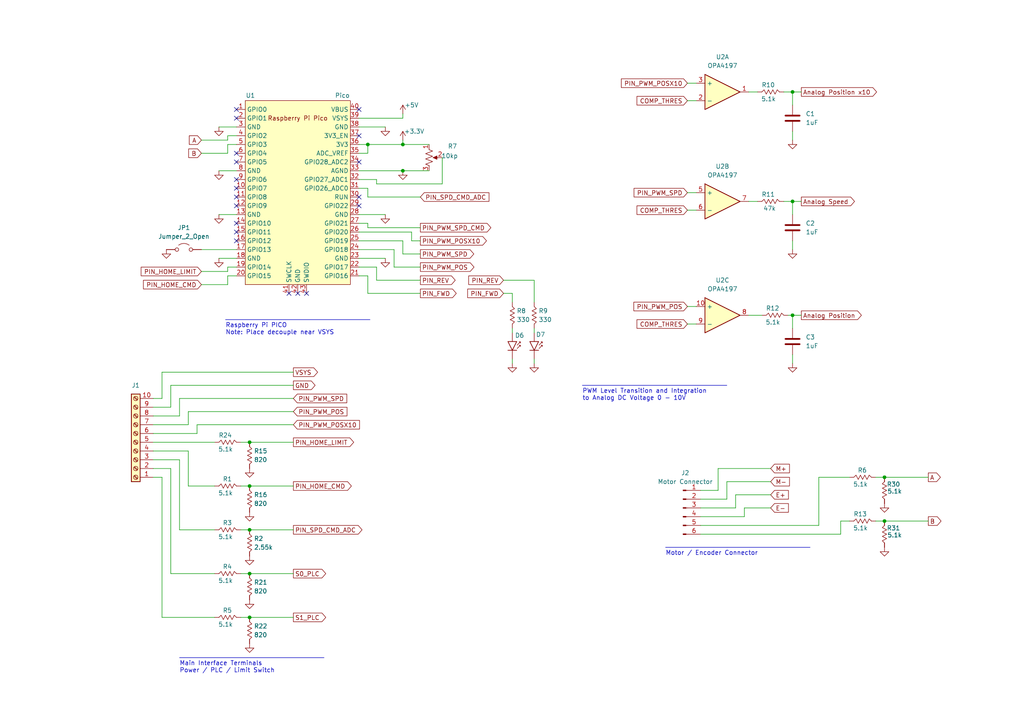
<source format=kicad_sch>
(kicad_sch (version 20250114) (generator "eeschema") (generator_version "9.0")
  (paper "A4")
  (lib_symbols
    (symbol "00TJR:GND" (power) (pin_names (offset 0))
      (property "Value" "GND" (at 0 -3.81 0))
      (symbol "GND_0_1"
        (polyline (pts (xy 0 0) (xy 0 -1.27) (xy 1.27 -1.27) (xy 0 -2.54) (xy -1.27 -1.27) (xy 0 -1.27)))
      )
      (symbol "GND_1_1"
        (pin power_in line (at 0 0 270) (length 0) (hide yes) (name "GND") (number "1"))
      )
    )
    (symbol "00TJR:LED" (pin_numbers (hide yes)) (pin_names (offset 1.016) (hide yes))
      (property "Reference" "D" (at -1.6764 2.921 0))
      (property "Value" "LED" (at 2.6416 2.8956 0))
      (symbol "LED_0_1"
        (polyline (pts (xy 1.27 1.27) (xy -1.27 1.27) (xy 0 -1.27) (xy 1.27 1.27)) (stroke (width 0.2032)))
        (polyline (pts (xy 1.27 -1.27) (xy -1.27 -1.27)) (stroke (width 0.2032)))
        (polyline (pts (xy 1.397 0.2286) (xy 2.3622 1.1938) (xy 2.3622 0.7874) (xy 2.3622 1.1938) (xy 1.9812 1.1938)))
      )
      (symbol "LED_1_1"
        (polyline (pts (xy 1.397 -0.762) (xy 2.3622 0.2032) (xy 2.3622 -0.2032) (xy 2.3622 0.2032) (xy 1.9812 0.2032)))
        (pin passive line (at 0 3.81 270) (length 2.54) (name "A") (number "2"))
        (pin passive line (at 0 -3.81 90) (length 2.54) (name "K") (number "1"))
      )
    )
    (symbol "Amplifier_Operational:OPA4197xPW"
      (property "Reference" "U" (at 0 3.81 0))
      (property "Value" "OPA4197xPW" (at 0 -3.81 0))
      (symbol "OPA4197xPW_1_1"
        (polyline (pts (xy -5.08 5.08) (xy 5.08 0) (xy -5.08 -5.08) (xy -5.08 5.08)) (stroke (width 0.254)) (fill (type background)))
        (pin input line (at -7.62 2.54 0) (length 2.54) (name "+") (number "3"))
        (pin input line (at -7.62 -2.54 0) (length 2.54) (name "-") (number "2"))
        (pin output line (at 7.62 0 180) (length 2.54) (name "~") (number "1"))
      )
      (symbol "OPA4197xPW_2_1"
        (polyline (pts (xy -5.08 5.08) (xy 5.08 0) (xy -5.08 -5.08) (xy -5.08 5.08)) (stroke (width 0.254)) (fill (type background)))
        (pin input line (at -7.62 2.54 0) (length 2.54) (name "+") (number "5"))
        (pin input line (at -7.62 -2.54 0) (length 2.54) (name "-") (number "6"))
        (pin output line (at 7.62 0 180) (length 2.54) (name "~") (number "7"))
      )
      (symbol "OPA4197xPW_3_1"
        (polyline (pts (xy -5.08 5.08) (xy 5.08 0) (xy -5.08 -5.08) (xy -5.08 5.08)) (stroke (width 0.254)) (fill (type background)))
        (pin input line (at -7.62 2.54 0) (length 2.54) (name "+") (number "10"))
        (pin input line (at -7.62 -2.54 0) (length 2.54) (name "-") (number "9"))
        (pin output line (at 7.62 0 180) (length 2.54) (name "~") (number "8"))
      )
      (symbol "OPA4197xPW_4_1"
        (polyline (pts (xy -5.08 5.08) (xy 5.08 0) (xy -5.08 -5.08) (xy -5.08 5.08)) (stroke (width 0.254)) (fill (type background)))
        (pin input line (at -7.62 2.54 0) (length 2.54) (name "+") (number "12"))
        (pin input line (at -7.62 -2.54 0) (length 2.54) (name "-") (number "13"))
        (pin output line (at 7.62 0 180) (length 2.54) (name "~") (number "14"))
      )
      (symbol "OPA4197xPW_5_1"
        (pin power_in line (at -2.54 7.62 270) (length 3.81) (name "V+") (number "4"))
        (pin power_in line (at -2.54 -7.62 90) (length 3.81) (name "V-") (number "11"))
      )
    )
    (symbol "C_1" (pin_numbers (hide yes)) (pin_names (offset 0.254))
      (property "Reference" "C" (at 0.635 2.54 0))
      (property "Value" "C" (at 0.635 -2.54 0))
      (symbol "C_1_0_1"
        (polyline (pts (xy -2.032 0.762) (xy 2.032 0.762)) (stroke (width 0.508)))
        (polyline (pts (xy -2.032 -0.762) (xy 2.032 -0.762)) (stroke (width 0.508)))
      )
      (symbol "C_1_1_1"
        (pin passive line (at 0 3.81 270) (length 2.794) (name "~") (number "1"))
        (pin passive line (at 0 -3.81 90) (length 2.794) (name "~") (number "2"))
      )
    )
    (symbol "C_2" (pin_numbers (hide yes)) (pin_names (offset 0.254))
      (property "Reference" "C" (at 0.635 2.54 0))
      (property "Value" "C" (at 0.635 -2.54 0))
      (symbol "C_2_0_1"
        (polyline (pts (xy -2.032 0.762) (xy 2.032 0.762)) (stroke (width 0.508)))
        (polyline (pts (xy -2.032 -0.762) (xy 2.032 -0.762)) (stroke (width 0.508)))
      )
      (symbol "C_2_1_1"
        (pin passive line (at 0 3.81 270) (length 2.794) (name "~") (number "1"))
        (pin passive line (at 0 -3.81 90) (length 2.794) (name "~") (number "2"))
      )
    )
    (symbol "Connector:Conn_01x06_Pin" (pin_names (offset 1.016) (hide yes))
      (property "Reference" "J" (at 0 7.62 0))
      (property "Value" "Conn_01x06_Pin" (at 0 -10.16 0))
      (symbol "Conn_01x06_Pin_1_1"
        (rectangle (start 0.8636 5.207) (end 0 4.953) (stroke (width 0.1524)) (fill (type outline)))
        (rectangle (start 0.8636 2.667) (end 0 2.413) (stroke (width 0.1524)) (fill (type outline)))
        (rectangle (start 0.8636 0.127) (end 0 -0.127) (stroke (width 0.1524)) (fill (type outline)))
        (rectangle (start 0.8636 -2.413) (end 0 -2.667) (stroke (width 0.1524)) (fill (type outline)))
        (rectangle (start 0.8636 -4.953) (end 0 -5.207) (stroke (width 0.1524)) (fill (type outline)))
        (rectangle (start 0.8636 -7.493) (end 0 -7.747) (stroke (width 0.1524)) (fill (type outline)))
        (polyline (pts (xy 1.27 5.08) (xy 0.8636 5.08)) (stroke (width 0.1524)))
        (polyline (pts (xy 1.27 2.54) (xy 0.8636 2.54)) (stroke (width 0.1524)))
        (polyline (pts (xy 1.27 0) (xy 0.8636 0)) (stroke (width 0.1524)))
        (polyline (pts (xy 1.27 -2.54) (xy 0.8636 -2.54)) (stroke (width 0.1524)))
        (polyline (pts (xy 1.27 -5.08) (xy 0.8636 -5.08)) (stroke (width 0.1524)))
        (polyline (pts (xy 1.27 -7.62) (xy 0.8636 -7.62)) (stroke (width 0.1524)))
        (pin passive line (at 5.08 5.08 180) (length 3.81) (name "Pin_1") (number "1"))
        (pin passive line (at 5.08 2.54 180) (length 3.81) (name "Pin_2") (number "2"))
        (pin passive line (at 5.08 0 180) (length 3.81) (name "Pin_3") (number "3"))
        (pin passive line (at 5.08 -2.54 180) (length 3.81) (name "Pin_4") (number "4"))
        (pin passive line (at 5.08 -5.08 180) (length 3.81) (name "Pin_5") (number "5"))
        (pin passive line (at 5.08 -7.62 180) (length 3.81) (name "Pin_6") (number "6"))
      )
    )
    (symbol "Device:C" (pin_numbers (hide yes)) (pin_names (offset 0.254))
      (property "Reference" "C" (at 0.635 2.54 0))
      (property "Value" "C" (at 0.635 -2.54 0))
      (symbol "C_0_1"
        (polyline (pts (xy -2.032 0.762) (xy 2.032 0.762)) (stroke (width 0.508)))
        (polyline (pts (xy -2.032 -0.762) (xy 2.032 -0.762)) (stroke (width 0.508)))
      )
      (symbol "C_1_1"
        (pin passive line (at 0 3.81 270) (length 2.794) (name "~") (number "1"))
        (pin passive line (at 0 -3.81 90) (length 2.794) (name "~") (number "2"))
      )
    )
    (symbol "F2018-cache:GND" (power) (pin_names (offset 0))
      (property "Value" "GND" (at 0 -3.81 0))
      (symbol "GND_0_1"
        (polyline (pts (xy 0 0) (xy 0 -1.27) (xy 1.27 -1.27) (xy 0 -2.54) (xy -1.27 -1.27) (xy 0 -1.27)))
      )
      (symbol "GND_1_1"
        (pin power_in line (at 0 0 270) (length 0) (hide yes) (name "GND") (number "1"))
      )
    )
    (symbol "MCU_RaspberryPi_and_Boards:Pico"
      (property "Reference" "U" (at -13.97 27.94 0))
      (property "Value" "Pico" (at 0 19.05 0))
      (symbol "Pico_0_0"
        (text "Raspberry Pi Pico" (at 0 21.59 0) (effects (font (size 1.27 1.27))))
      )
      (symbol "Pico_0_1"
        (rectangle (start -15.24 26.67) (end 15.24 -26.67) (fill (type background)))
      )
      (symbol "Pico_1_1"
        (pin bidirectional line (at -17.78 24.13 0) (length 2.54) (name "GPIO0") (number "1"))
        (pin bidirectional line (at -17.78 21.59 0) (length 2.54) (name "GPIO1") (number "2"))
        (pin power_in line (at -17.78 19.05 0) (length 2.54) (name "GND") (number "3"))
        (pin bidirectional line (at -17.78 16.51 0) (length 2.54) (name "GPIO2") (number "4"))
        (pin bidirectional line (at -17.78 13.97 0) (length 2.54) (name "GPIO3") (number "5"))
        (pin bidirectional line (at -17.78 11.43 0) (length 2.54) (name "GPIO4") (number "6"))
        (pin bidirectional line (at -17.78 8.89 0) (length 2.54) (name "GPIO5") (number "7"))
        (pin power_in line (at -17.78 6.35 0) (length 2.54) (name "GND") (number "8"))
        (pin bidirectional line (at -17.78 3.81 0) (length 2.54) (name "GPIO6") (number "9"))
        (pin bidirectional line (at -17.78 1.27 0) (length 2.54) (name "GPIO7") (number "10"))
        (pin bidirectional line (at -17.78 -1.27 0) (length 2.54) (name "GPIO8") (number "11"))
        (pin bidirectional line (at -17.78 -3.81 0) (length 2.54) (name "GPIO9") (number "12"))
        (pin power_in line (at -17.78 -6.35 0) (length 2.54) (name "GND") (number "13"))
        (pin bidirectional line (at -17.78 -8.89 0) (length 2.54) (name "GPIO10") (number "14"))
        (pin bidirectional line (at -17.78 -11.43 0) (length 2.54) (name "GPIO11") (number "15"))
        (pin bidirectional line (at -17.78 -13.97 0) (length 2.54) (name "GPIO12") (number "16"))
        (pin bidirectional line (at -17.78 -16.51 0) (length 2.54) (name "GPIO13") (number "17"))
        (pin power_in line (at -17.78 -19.05 0) (length 2.54) (name "GND") (number "18"))
        (pin bidirectional line (at -17.78 -21.59 0) (length 2.54) (name "GPIO14") (number "19"))
        (pin bidirectional line (at -17.78 -24.13 0) (length 2.54) (name "GPIO15") (number "20"))
        (pin input line (at -2.54 -29.21 90) (length 2.54) (name "SWCLK") (number "41"))
        (pin power_in line (at 0 -29.21 90) (length 2.54) (name "GND") (number "42"))
        (pin bidirectional line (at 2.54 -29.21 90) (length 2.54) (name "SWDIO") (number "43"))
        (pin power_in line (at 17.78 24.13 180) (length 2.54) (name "VBUS") (number "40"))
        (pin power_in line (at 17.78 21.59 180) (length 2.54) (name "VSYS") (number "39"))
        (pin bidirectional line (at 17.78 19.05 180) (length 2.54) (name "GND") (number "38"))
        (pin input line (at 17.78 16.51 180) (length 2.54) (name "3V3_EN") (number "37"))
        (pin power_in line (at 17.78 13.97 180) (length 2.54) (name "3V3") (number "36"))
        (pin power_in line (at 17.78 11.43 180) (length 2.54) (name "ADC_VREF") (number "35"))
        (pin bidirectional line (at 17.78 8.89 180) (length 2.54) (name "GPIO28_ADC2") (number "34"))
        (pin power_in line (at 17.78 6.35 180) (length 2.54) (name "AGND") (number "33"))
        (pin bidirectional line (at 17.78 3.81 180) (length 2.54) (name "GPIO27_ADC1") (number "32"))
        (pin bidirectional line (at 17.78 1.27 180) (length 2.54) (name "GPIO26_ADC0") (number "31"))
        (pin input line (at 17.78 -1.27 180) (length 2.54) (name "RUN") (number "30"))
        (pin bidirectional line (at 17.78 -3.81 180) (length 2.54) (name "GPIO22") (number "29"))
        (pin power_in line (at 17.78 -6.35 180) (length 2.54) (name "GND") (number "28"))
        (pin bidirectional line (at 17.78 -8.89 180) (length 2.54) (name "GPIO21") (number "27"))
        (pin bidirectional line (at 17.78 -11.43 180) (length 2.54) (name "GPIO20") (number "26"))
        (pin bidirectional line (at 17.78 -13.97 180) (length 2.54) (name "GPIO19") (number "25"))
        (pin bidirectional line (at 17.78 -16.51 180) (length 2.54) (name "GPIO18") (number "24"))
        (pin power_in line (at 17.78 -19.05 180) (length 2.54) (name "GND") (number "23"))
        (pin bidirectional line (at 17.78 -21.59 180) (length 2.54) (name "GPIO17") (number "22"))
        (pin bidirectional line (at 17.78 -24.13 180) (length 2.54) (name "GPIO16") (number "21"))
      )
    )
    (symbol "TJR:R" (pin_numbers (hide yes)) (pin_names (offset 0) (hide yes))
      (property "Reference" "R" (at 2.032 0 0))
      (property "Value" "R" (at -1.905 0 0))
      (symbol "R_0_1"
        (polyline (pts (xy 0 2.54) (xy 0.635 1.905) (xy -0.635 1.27) (xy 0.635 0.635) (xy -0.635 0) (xy 0.635 -0.635) (xy -0.635 -1.27) (xy 0.635 -1.905) (xy 0 -2.54)))
      )
      (symbol "R_1_1"
        (pin passive line (at 0 3.81 270) (length 1.27) (name "~") (number "1"))
        (pin passive line (at 0 -3.81 90) (length 1.27) (name "~") (number "2"))
      )
    )
    (symbol "connector:Screw_Terminal_01x10" (pin_names (offset 1.016) (hide yes))
      (property "Reference" "J" (at 0 12.7 0))
      (property "Value" "Screw_Terminal_01x10" (at 0 -15.24 0))
      (symbol "Screw_Terminal_01x10_1_1"
        (rectangle (start -1.27 11.43) (end 1.27 -13.97) (stroke (width 0.254)) (fill (type background)))
        (polyline (pts (xy -0.5334 10.4902) (xy 0.3302 9.652)) (stroke (width 0.1524)))
        (polyline (pts (xy -0.5334 7.9502) (xy 0.3302 7.112)) (stroke (width 0.1524)))
        (polyline (pts (xy -0.5334 5.4102) (xy 0.3302 4.572)) (stroke (width 0.1524)))
        (polyline (pts (xy -0.5334 2.8702) (xy 0.3302 2.032)) (stroke (width 0.1524)))
        (polyline (pts (xy -0.5334 0.3302) (xy 0.3302 -0.508)) (stroke (width 0.1524)))
        (polyline (pts (xy -0.5334 -2.2098) (xy 0.3302 -3.048)) (stroke (width 0.1524)))
        (polyline (pts (xy -0.5334 -4.7498) (xy 0.3302 -5.588)) (stroke (width 0.1524)))
        (polyline (pts (xy -0.5334 -7.2898) (xy 0.3302 -8.128)) (stroke (width 0.1524)))
        (polyline (pts (xy -0.5334 -9.8298) (xy 0.3302 -10.668)) (stroke (width 0.1524)))
        (polyline (pts (xy -0.5334 -12.3698) (xy 0.3302 -13.208)) (stroke (width 0.1524)))
        (polyline (pts (xy -0.3556 10.668) (xy 0.508 9.8298)) (stroke (width 0.1524)))
        (polyline (pts (xy -0.3556 8.128) (xy 0.508 7.2898)) (stroke (width 0.1524)))
        (polyline (pts (xy -0.3556 5.588) (xy 0.508 4.7498)) (stroke (width 0.1524)))
        (polyline (pts (xy -0.3556 3.048) (xy 0.508 2.2098)) (stroke (width 0.1524)))
        (polyline (pts (xy -0.3556 0.508) (xy 0.508 -0.3302)) (stroke (width 0.1524)))
        (polyline (pts (xy -0.3556 -2.032) (xy 0.508 -2.8702)) (stroke (width 0.1524)))
        (polyline (pts (xy -0.3556 -4.572) (xy 0.508 -5.4102)) (stroke (width 0.1524)))
        (polyline (pts (xy -0.3556 -7.112) (xy 0.508 -7.9502)) (stroke (width 0.1524)))
        (polyline (pts (xy -0.3556 -9.652) (xy 0.508 -10.4902)) (stroke (width 0.1524)))
        (polyline (pts (xy -0.3556 -12.192) (xy 0.508 -13.0302)) (stroke (width 0.1524)))
        (circle (center 0 10.16) (radius 0.635) (stroke (width 0.1524)))
        (circle (center 0 7.62) (radius 0.635) (stroke (width 0.1524)))
        (circle (center 0 5.08) (radius 0.635) (stroke (width 0.1524)))
        (circle (center 0 2.54) (radius 0.635) (stroke (width 0.1524)))
        (circle (center 0 0) (radius 0.635) (stroke (width 0.1524)))
        (circle (center 0 -2.54) (radius 0.635) (stroke (width 0.1524)))
        (circle (center 0 -5.08) (radius 0.635) (stroke (width 0.1524)))
        (circle (center 0 -7.62) (radius 0.635) (stroke (width 0.1524)))
        (circle (center 0 -10.16) (radius 0.635) (stroke (width 0.1524)))
        (circle (center 0 -12.7) (radius 0.635) (stroke (width 0.1524)))
        (pin passive line (at -5.08 10.16 0) (length 3.81) (name "Pin_1") (number "1"))
        (pin passive line (at -5.08 7.62 0) (length 3.81) (name "Pin_2") (number "2"))
        (pin passive line (at -5.08 5.08 0) (length 3.81) (name "Pin_3") (number "3"))
        (pin passive line (at -5.08 2.54 0) (length 3.81) (name "Pin_4") (number "4"))
        (pin passive line (at -5.08 0 0) (length 3.81) (name "Pin_5") (number "5"))
        (pin passive line (at -5.08 -2.54 0) (length 3.81) (name "Pin_6") (number "6"))
        (pin passive line (at -5.08 -5.08 0) (length 3.81) (name "Pin_7") (number "7"))
        (pin passive line (at -5.08 -7.62 0) (length 3.81) (name "Pin_8") (number "8"))
        (pin passive line (at -5.08 -10.16 0) (length 3.81) (name "Pin_9") (number "9"))
        (pin passive line (at -5.08 -12.7 0) (length 3.81) (name "Pin_10") (number "10"))
      )
    )
    (symbol "device:R_Potentiometer_US" (pin_names (offset 1.016) (hide yes))
      (property "Reference" "RV" (at -4.445 0 90))
      (property "Value" "R_Potentiometer_US" (at -2.54 0 90))
      (symbol "R_Potentiometer_US_0_1"
        (polyline (pts (xy 0 2.54) (xy 0 2.286)))
        (polyline (pts (xy 0 2.286) (xy 1.016 1.905) (xy 0 1.524) (xy -1.016 1.143) (xy 0 0.762)))
        (polyline (pts (xy 0 0.762) (xy 1.016 0.381) (xy 0 0) (xy -1.016 -0.381) (xy 0 -0.762)))
        (polyline (pts (xy 0 -0.762) (xy 1.016 -1.143) (xy 0 -1.524) (xy -1.016 -1.905) (xy 0 -2.286)))
        (polyline (pts (xy 0 -2.286) (xy 0 -2.54)))
        (polyline (pts (xy 1.143 0) (xy 2.286 0.508) (xy 2.286 -0.508) (xy 1.143 0)) (fill (type outline)))
        (polyline (pts (xy 2.54 0) (xy 1.524 0)))
      )
      (symbol "R_Potentiometer_US_1_1"
        (pin passive line (at 0 3.81 270) (length 1.27) (name "1") (number "1"))
        (pin passive line (at 0 -3.81 90) (length 1.27) (name "3") (number "3"))
        (pin passive line (at 3.81 0 180) (length 1.27) (name "2") (number "2"))
      )
    )
    (symbol "jumper:Jumper_2_Open" (pin_numbers (hide yes)) (pin_names (offset 0) (hide yes)) (exclude_from_sim yes)
      (property "Reference" "JP" (at 0 2.794 0))
      (property "Value" "Jumper_2_Open" (at 0 -2.286 0))
      (symbol "Jumper_2_Open_0_0"
        (circle (center -2.032 0) (radius 0.508))
        (circle (center 2.032 0) (radius 0.508))
      )
      (symbol "Jumper_2_Open_0_1"
        (arc (start -1.524 1.27) (mid 0 1.778) (end 1.524 1.27))
      )
      (symbol "Jumper_2_Open_1_1"
        (pin passive line (at -5.08 0 0) (length 2.54) (name "A") (number "1"))
        (pin passive line (at 5.08 0 180) (length 2.54) (name "B") (number "2"))
      )
    )
    (symbol "power:+3.3V" (power) (pin_numbers (hide yes)) (pin_names (offset 0) (hide yes))
      (property "Value" "+3.3V" (at 0 3.556 0))
      (symbol "+3.3V_0_1"
        (polyline (pts (xy -0.762 1.27) (xy 0 2.54)))
        (polyline (pts (xy 0 2.54) (xy 0.762 1.27)))
        (polyline (pts (xy 0 0) (xy 0 2.54)))
      )
      (symbol "+3.3V_1_1"
        (pin power_in line (at 0 0 90) (length 0) (name "~") (number "1"))
      )
    )
    (symbol "power:+5V" (power) (pin_numbers (hide yes)) (pin_names (offset 0) (hide yes))
      (property "Value" "+5V" (at 0 3.556 0))
      (symbol "+5V_0_1"
        (polyline (pts (xy -0.762 1.27) (xy 0 2.54)))
        (polyline (pts (xy 0 2.54) (xy 0.762 1.27)))
        (polyline (pts (xy 0 0) (xy 0 2.54)))
      )
      (symbol "+5V_1_1"
        (pin power_in line (at 0 0 90) (length 0) (name "~") (number "1"))
      )
    )
  )
  (text "Motor / Encoder Connector" (at 193.04 159.766 0) (effects (font (size 1.27 1.27)) (justify left top)))
  (text "Raspberry Pi PICO\nNote: Place decouple near VSYS" (at 65.405 93.726 0) (effects (font (size 1.27 1.27)) (justify left top)))
  (text "PWM Level Transition and Integration\nto Analog DC Voltage 0 - 10V" (at 168.91 112.776 0) (effects (font (size 1.27 1.27)) (justify left top)))
  (text "Main Interface Terminals\nPower / PLC / Limit Switch" (at 52.07 191.77 0) (effects (font (size 1.27 1.27)) (justify left top)))
  (junction (at 256.54 138.43))
  (junction (at 116.84 49.53))
  (junction (at 229.87 58.42))
  (junction (at 72.39 153.67))
  (junction (at 72.39 166.37))
  (junction (at 106.68 41.91))
  (junction (at 72.39 179.07))
  (junction (at 72.39 128.27))
  (junction (at 229.87 91.44))
  (junction (at 256.54 151.13))
  (junction (at 116.84 41.91))
  (junction (at 72.39 140.97))
  (junction (at 229.87 26.67))
  (no_connect (at 68.58 44.45))
  (no_connect (at 104.14 39.37))
  (no_connect (at 68.58 64.77))
  (no_connect (at 68.58 31.75))
  (no_connect (at 88.9 85.09))
  (no_connect (at 104.14 46.99))
  (no_connect (at 68.58 57.15))
  (no_connect (at 104.14 31.75))
  (no_connect (at 104.14 59.69))
  (no_connect (at 104.14 57.15))
  (no_connect (at 68.58 46.99))
  (no_connect (at 68.58 52.07))
  (no_connect (at 68.58 59.69))
  (no_connect (at 86.36 85.09))
  (no_connect (at 83.82 85.09))
  (no_connect (at 68.58 54.61))
  (no_connect (at 68.58 34.29))
  (no_connect (at 68.58 67.31))
  (no_connect (at 68.58 69.85))
  (wire (pts (xy 109.22 52.07) (xy 109.22 53.34)))
  (wire (pts (xy 106.68 66.04) (xy 121.92 66.04)))
  (wire (pts (xy 54.61 119.38) (xy 54.61 123.19)))
  (wire (pts (xy 52.07 115.57) (xy 52.07 120.65)))
  (wire (pts (xy 199.39 55.88) (xy 201.93 55.88)))
  (wire (pts (xy 229.87 38.1) (xy 229.87 40.64)))
  (wire (pts (xy 210.82 144.78) (xy 203.2 144.78)))
  (wire (pts (xy 243.84 151.13) (xy 246.38 151.13)))
  (wire (pts (xy 104.14 74.93) (xy 111.76 74.93)))
  (wire (pts (xy 114.3 72.39) (xy 104.14 72.39)))
  (wire (pts (xy 199.39 29.21) (xy 201.93 29.21)))
  (wire (pts (xy 237.49 152.4) (xy 237.49 138.43)))
  (wire (pts (xy 44.45 128.27) (xy 62.23 128.27)))
  (wire (pts (xy 66.04 80.01) (xy 68.58 80.01)))
  (wire (pts (xy 44.45 133.35) (xy 52.07 133.35)))
  (wire (pts (xy 58.42 78.74) (xy 66.04 78.74)))
  (wire (pts (xy 58.42 44.45) (xy 66.04 44.45)))
  (wire (pts (xy 57.15 125.73) (xy 44.45 125.73)))
  (wire (pts (xy 199.39 93.98) (xy 201.93 93.98)))
  (wire (pts (xy 229.87 58.42) (xy 232.41 58.42)))
  (wire (pts (xy 227.33 58.42) (xy 229.87 58.42)))
  (wire (pts (xy 104.14 62.23) (xy 111.76 62.23)))
  (wire (pts (xy 243.84 154.94) (xy 243.84 151.13)))
  (polyline (pts (xy 52.07 190.754) (xy 93.98 190.754)) (stroke (width 0) (type solid)))
  (wire (pts (xy 104.14 80.01) (xy 106.68 80.01)))
  (wire (pts (xy 69.85 166.37) (xy 72.39 166.37)))
  (wire (pts (xy 66.04 39.37) (xy 68.58 39.37)))
  (wire (pts (xy 210.82 139.7) (xy 210.82 144.78)))
  (wire (pts (xy 104.14 36.83) (xy 111.76 36.83)))
  (wire (pts (xy 72.39 153.67) (xy 85.09 153.67)))
  (wire (pts (xy 104.14 77.47) (xy 109.22 77.47)))
  (wire (pts (xy 148.59 95.25) (xy 148.59 96.52)))
  (wire (pts (xy 229.87 69.85) (xy 229.87 72.39)))
  (wire (pts (xy 154.94 104.14) (xy 154.94 105.41)))
  (wire (pts (xy 104.14 34.29) (xy 116.84 34.29)))
  (wire (pts (xy 58.42 40.64) (xy 66.04 40.64)))
  (wire (pts (xy 217.17 58.42) (xy 219.71 58.42)))
  (wire (pts (xy 106.68 64.77) (xy 104.14 64.77)))
  (wire (pts (xy 54.61 140.97) (xy 62.23 140.97)))
  (wire (pts (xy 229.87 26.67) (xy 232.41 26.67)))
  (wire (pts (xy 119.38 69.85) (xy 119.38 67.31)))
  (wire (pts (xy 114.3 77.47) (xy 121.92 77.47)))
  (wire (pts (xy 66.04 40.64) (xy 66.04 39.37)))
  (wire (pts (xy 106.68 41.91) (xy 116.84 41.91)))
  (wire (pts (xy 119.38 69.85) (xy 121.92 69.85)))
  (polyline (pts (xy 168.91 111.76) (xy 210.82 111.76)) (stroke (width 0) (type solid)))
  (polyline (pts (xy 65.405 92.71) (xy 107.315 92.71)) (stroke (width 0) (type solid)))
  (wire (pts (xy 208.28 135.89) (xy 208.28 142.24)))
  (wire (pts (xy 116.84 40.64) (xy 116.84 41.91)))
  (wire (pts (xy 213.36 147.32) (xy 203.2 147.32)))
  (wire (pts (xy 109.22 77.47) (xy 109.22 81.28)))
  (wire (pts (xy 237.49 138.43) (xy 246.38 138.43)))
  (wire (pts (xy 69.85 153.67) (xy 72.39 153.67)))
  (wire (pts (xy 69.85 179.07) (xy 72.39 179.07)))
  (wire (pts (xy 66.04 77.47) (xy 68.58 77.47)))
  (wire (pts (xy 124.46 49.53) (xy 116.84 49.53)))
  (wire (pts (xy 72.39 140.97) (xy 85.09 140.97)))
  (wire (pts (xy 215.9 147.32) (xy 223.52 147.32)))
  (wire (pts (xy 213.36 143.51) (xy 213.36 147.32)))
  (wire (pts (xy 57.15 123.19) (xy 85.09 123.19)))
  (wire (pts (xy 119.38 67.31) (xy 104.14 67.31)))
  (wire (pts (xy 229.87 26.67) (xy 229.87 30.48)))
  (wire (pts (xy 52.07 115.57) (xy 85.09 115.57)))
  (wire (pts (xy 68.58 36.83) (xy 63.5 36.83)))
  (wire (pts (xy 106.68 80.01) (xy 106.68 85.09)))
  (wire (pts (xy 49.53 166.37) (xy 62.23 166.37)))
  (wire (pts (xy 104.14 44.45) (xy 106.68 44.45)))
  (wire (pts (xy 104.14 69.85) (xy 116.84 69.85)))
  (wire (pts (xy 215.9 147.32) (xy 215.9 149.86)))
  (wire (pts (xy 229.87 58.42) (xy 229.87 62.23)))
  (wire (pts (xy 109.22 53.34) (xy 128.27 53.34)))
  (wire (pts (xy 116.84 73.66) (xy 121.92 73.66)))
  (wire (pts (xy 254 151.13) (xy 256.54 151.13)))
  (wire (pts (xy 66.04 78.74) (xy 66.04 77.47)))
  (wire (pts (xy 72.39 179.07) (xy 85.09 179.07)))
  (wire (pts (xy 217.17 91.44) (xy 220.98 91.44)))
  (wire (pts (xy 106.68 85.09) (xy 121.92 85.09)))
  (wire (pts (xy 44.45 135.89) (xy 49.53 135.89)))
  (wire (pts (xy 215.9 149.86) (xy 203.2 149.86)))
  (wire (pts (xy 154.94 81.28) (xy 154.94 87.63)))
  (wire (pts (xy 58.42 72.39) (xy 68.58 72.39)))
  (wire (pts (xy 49.53 111.76) (xy 49.53 118.11)))
  (wire (pts (xy 46.99 115.57) (xy 44.45 115.57)))
  (wire (pts (xy 148.59 104.14) (xy 148.59 105.41)))
  (wire (pts (xy 57.15 123.19) (xy 57.15 125.73)))
  (wire (pts (xy 46.99 179.07) (xy 62.23 179.07)))
  (wire (pts (xy 66.04 44.45) (xy 66.04 41.91)))
  (wire (pts (xy 146.05 85.09) (xy 148.59 85.09)))
  (wire (pts (xy 254 138.43) (xy 256.54 138.43)))
  (wire (pts (xy 106.68 66.04) (xy 106.68 64.77)))
  (wire (pts (xy 46.99 138.43) (xy 46.99 179.07)))
  (wire (pts (xy 63.5 74.93) (xy 68.58 74.93)))
  (polyline (pts (xy 193.04 158.75) (xy 234.95 158.75)) (stroke (width 0) (type solid)))
  (wire (pts (xy 213.36 143.51) (xy 223.52 143.51)))
  (wire (pts (xy 66.04 41.91) (xy 68.58 41.91)))
  (wire (pts (xy 210.82 139.7) (xy 223.52 139.7)))
  (wire (pts (xy 217.17 26.67) (xy 219.71 26.67)))
  (wire (pts (xy 44.45 123.19) (xy 54.61 123.19)))
  (wire (pts (xy 109.22 81.28) (xy 121.92 81.28)))
  (wire (pts (xy 128.27 45.72) (xy 128.27 53.34)))
  (wire (pts (xy 49.53 135.89) (xy 49.53 166.37)))
  (wire (pts (xy 68.58 49.53) (xy 63.5 49.53)))
  (wire (pts (xy 229.87 102.87) (xy 229.87 105.41)))
  (wire (pts (xy 146.05 81.28) (xy 154.94 81.28)))
  (wire (pts (xy 72.39 128.27) (xy 85.09 128.27)))
  (wire (pts (xy 63.5 62.23) (xy 68.58 62.23)))
  (wire (pts (xy 104.14 41.91) (xy 106.68 41.91)))
  (wire (pts (xy 104.14 54.61) (xy 106.68 54.61)))
  (wire (pts (xy 69.85 128.27) (xy 72.39 128.27)))
  (wire (pts (xy 203.2 154.94) (xy 243.84 154.94)))
  (wire (pts (xy 228.6 91.44) (xy 229.87 91.44)))
  (wire (pts (xy 199.39 24.13) (xy 201.93 24.13)))
  (wire (pts (xy 66.04 80.01) (xy 66.04 82.55)))
  (wire (pts (xy 54.61 130.81) (xy 54.61 140.97)))
  (wire (pts (xy 199.39 88.9) (xy 201.93 88.9)))
  (wire (pts (xy 49.53 111.76) (xy 85.09 111.76)))
  (wire (pts (xy 208.28 135.89) (xy 223.52 135.89)))
  (wire (pts (xy 256.54 151.13) (xy 269.24 151.13)))
  (wire (pts (xy 52.07 120.65) (xy 44.45 120.65)))
  (wire (pts (xy 104.14 49.53) (xy 116.84 49.53)))
  (wire (pts (xy 106.68 54.61) (xy 106.68 57.15)))
  (wire (pts (xy 229.87 91.44) (xy 229.87 95.25)))
  (wire (pts (xy 203.2 152.4) (xy 237.49 152.4)))
  (wire (pts (xy 69.85 140.97) (xy 72.39 140.97)))
  (wire (pts (xy 46.99 138.43) (xy 44.45 138.43)))
  (wire (pts (xy 208.28 142.24) (xy 203.2 142.24)))
  (wire (pts (xy 229.87 91.44) (xy 232.41 91.44)))
  (wire (pts (xy 52.07 133.35) (xy 52.07 153.67)))
  (wire (pts (xy 116.84 73.66) (xy 116.84 69.85)))
  (wire (pts (xy 72.39 166.37) (xy 85.09 166.37)))
  (wire (pts (xy 106.68 44.45) (xy 106.68 41.91)))
  (wire (pts (xy 227.33 26.67) (xy 229.87 26.67)))
  (wire (pts (xy 52.07 153.67) (xy 62.23 153.67)))
  (wire (pts (xy 256.54 138.43) (xy 269.24 138.43)))
  (wire (pts (xy 148.59 85.09) (xy 148.59 87.63)))
  (wire (pts (xy 58.42 82.55) (xy 66.04 82.55)))
  (wire (pts (xy 106.68 57.15) (xy 121.92 57.15)))
  (wire (pts (xy 54.61 119.38) (xy 85.09 119.38)))
  (wire (pts (xy 199.39 60.96) (xy 201.93 60.96)))
  (wire (pts (xy 124.46 41.91) (xy 116.84 41.91)))
  (wire (pts (xy 116.84 33.02) (xy 116.84 34.29)))
  (wire (pts (xy 85.09 107.95) (xy 46.99 107.95)))
  (wire (pts (xy 44.45 130.81) (xy 54.61 130.81)))
  (wire (pts (xy 154.94 95.25) (xy 154.94 96.52)))
  (wire (pts (xy 46.99 107.95) (xy 46.99 115.57)))
  (wire (pts (xy 49.53 118.11) (xy 44.45 118.11)))
  (wire (pts (xy 104.14 52.07) (xy 109.22 52.07)))
  (wire (pts (xy 114.3 77.47) (xy 114.3 72.39)))
  (global_label "S1_PLC" (shape output) (at 85.09 179.07 0) (property "Intersheetrefs" "${INTERSHEET_REFS}" (effects (hide yes))))
  (global_label "PIN_HOME_LIMIT" (shape output) (at 85.09 128.27 0) (property "Intersheetrefs" "${INTERSHEET_REFS}" (effects (hide yes))))
  (global_label "PIN_HOME_CMD" (shape output) (at 85.09 140.97 0) (property "Intersheetrefs" "${INTERSHEET_REFS}" (effects (hide yes))))
  (global_label "COMP_THRES" (shape input) (at 199.39 93.98 180) (property "Intersheetrefs" "${INTERSHEET_REFS}" (effects (hide yes))))
  (global_label "PIN_HOME_CMD" (shape input) (at 58.42 82.55 180) (property "Intersheetrefs" "${INTERSHEET_REFS}" (effects (hide yes))))
  (global_label "GND" (shape output) (at 85.09 111.76 0) (property "Intersheetrefs" "${INTERSHEET_REFS}" (effects (hide yes))))
  (global_label "Analog Speed" (shape output) (at 232.41 58.42 0) (property "Intersheetrefs" "${INTERSHEET_REFS}" (effects (hide yes))))
  (global_label "PIN_PWM_SPD" (shape input) (at 85.09 115.57 0) (property "Intersheetrefs" "${INTERSHEET_REFS}" (effects (hide yes))))
  (global_label "Analog Position" (shape output) (at 232.41 91.44 0) (property "Intersheetrefs" "${INTERSHEET_REFS}" (effects (hide yes))))
  (global_label "PIN_SPD_CMD_ADC" (shape input) (at 121.92 57.15 0) (property "Intersheetrefs" "${INTERSHEET_REFS}" (effects (hide yes))))
  (global_label "PIN_PWM_POS" (shape input) (at 199.39 88.9 180) (property "Intersheetrefs" "${INTERSHEET_REFS}" (effects (hide yes))))
  (global_label "B" (shape input) (at 58.42 44.45 180) (property "Intersheetrefs" "${INTERSHEET_REFS}" (effects (hide yes))))
  (global_label "VSYS" (shape output) (at 85.09 107.95 0) (property "Intersheetrefs" "${INTERSHEET_REFS}" (effects (hide yes))))
  (global_label "M+" (shape input) (at 223.52 135.89 0) (property "Intersheetrefs" "${INTERSHEET_REFS}" (effects (hide yes))))
  (global_label "B" (shape output) (at 269.24 151.13 0) (property "Intersheetrefs" "${INTERSHEET_REFS}" (effects (hide yes))))
  (global_label "A" (shape input) (at 58.42 40.64 180) (property "Intersheetrefs" "${INTERSHEET_REFS}" (effects (hide yes))))
  (global_label "PIN_PWM_POSX10" (shape input) (at 199.39 24.13 180) (property "Intersheetrefs" "${INTERSHEET_REFS}" (effects (hide yes))))
  (global_label "PIN_REV" (shape output) (at 121.92 81.28 0) (property "Intersheetrefs" "${INTERSHEET_REFS}" (effects (hide yes))))
  (global_label "S0_PLC" (shape output) (at 85.09 166.37 0) (property "Intersheetrefs" "${INTERSHEET_REFS}" (effects (hide yes))))
  (global_label "E+" (shape input) (at 223.52 143.51 0) (property "Intersheetrefs" "${INTERSHEET_REFS}" (effects (hide yes))))
  (global_label "COMP_THRES" (shape input) (at 199.39 60.96 180) (property "Intersheetrefs" "${INTERSHEET_REFS}" (effects (hide yes))))
  (global_label "PIN_PWM_SPD" (shape input) (at 199.39 55.88 180) (property "Intersheetrefs" "${INTERSHEET_REFS}" (effects (hide yes))))
  (global_label "PIN_REV" (shape input) (at 146.05 81.28 180) (property "Intersheetrefs" "${INTERSHEET_REFS}" (effects (hide yes))))
  (global_label "E-" (shape input) (at 223.52 147.32 0) (property "Intersheetrefs" "${INTERSHEET_REFS}" (effects (hide yes))))
  (global_label "A" (shape output) (at 269.24 138.43 0) (property "Intersheetrefs" "${INTERSHEET_REFS}" (effects (hide yes))))
  (global_label "PIN_HOME_LIMIT" (shape input) (at 58.42 78.74 180) (property "Intersheetrefs" "${INTERSHEET_REFS}" (effects (hide yes))))
  (global_label "PIN_PWM_POS" (shape output) (at 121.92 77.47 0) (property "Intersheetrefs" "${INTERSHEET_REFS}" (effects (hide yes))))
  (global_label "PIN_PWM_POSX10" (shape output) (at 121.92 69.85 0) (property "Intersheetrefs" "${INTERSHEET_REFS}" (effects (hide yes))))
  (global_label "PIN_PWM_SPD" (shape output) (at 121.92 73.66 0) (property "Intersheetrefs" "${INTERSHEET_REFS}" (effects (hide yes))))
  (global_label "Analog Position x10" (shape output) (at 232.41 26.67 0) (property "Intersheetrefs" "${INTERSHEET_REFS}" (effects (hide yes))))
  (global_label "M-" (shape input) (at 223.52 139.7 0) (property "Intersheetrefs" "${INTERSHEET_REFS}" (effects (hide yes))))
  (global_label "PIN_FWD" (shape input) (at 146.05 85.09 180) (property "Intersheetrefs" "${INTERSHEET_REFS}" (effects (hide yes))))
  (global_label "COMP_THRES" (shape input) (at 199.39 29.21 180) (property "Intersheetrefs" "${INTERSHEET_REFS}" (effects (hide yes))))
  (global_label "PIN_PWM_POSX10" (shape input) (at 85.09 123.19 0) (property "Intersheetrefs" "${INTERSHEET_REFS}" (effects (hide yes))))
  (global_label "PIN_PWM_POS" (shape input) (at 85.09 119.38 0) (property "Intersheetrefs" "${INTERSHEET_REFS}" (effects (hide yes))))
  (global_label "PIN_PWM_SPD_CMD" (shape output) (at 121.92 66.04 0) (property "Intersheetrefs" "${INTERSHEET_REFS}" (effects (hide yes))))
  (global_label "PIN_SPD_CMD_ADC" (shape output) (at 85.09 153.67 0) (property "Intersheetrefs" "${INTERSHEET_REFS}" (effects (hide yes))))
  (global_label "PIN_FWD" (shape output) (at 121.92 85.09 0) (property "Intersheetrefs" "${INTERSHEET_REFS}" (effects (hide yes))))
  (symbol (lib_id "F2018-cache:GND") (at 72.39 161.29 0) (unit 1)
    (property "Reference" "#PWR08" (effects (hide yes)))
    (property "Value" "GND" (effects (hide yes)))
  )
  (symbol (lib_id "Device:C") (at 229.87 34.29 0) (unit 1)
    (property "Reference" "C1" (at 233.68 33.0199 0) (effects (justify left)))
    (property "Value" "1uF" (at 233.68 35.5599 0) (effects (justify left)))
    (property "Footprint" "TJR:C_Rect_L7.3mm_W4.5_H9.5mm_P5.0mmx" (effects (hide yes)))
    (property "Datasheet" "https://product.tdk.com/en/system/files?file=dam/doc/product/capacitor/film/mkt/data_sheet/20/20/db/fc_2009/b32520_529.pdf" (effects (hide yes)))
    (property "Description" "CAP FILM 1UF 10% 63VDC RADIAL" (effects (hide yes)))
    (property "digikey" "https://www.digikey.com/en/products/detail/epcos-tdk-electronics/B32529C0105K189/1089751" (effects (hide yes)))
  )
  (symbol (lib_id "F2018-cache:GND") (at 256.54 146.05 0) (unit 1)
    (property "Reference" "#PWR022" (effects (hide yes)))
    (property "Value" "GND" (effects (hide yes)))
  )
  (symbol (lib_id "TJR:R") (at 66.04 140.97 90) (unit 1)
    (property "Reference" "R1" (at 67.31 138.938 90) (effects (justify left)))
    (property "Value" "5.1k" (at 67.564 143.002 90) (effects (justify left)))
    (property "Footprint" "R_SMD:R_0805_2012Metric" (effects (hide yes)))
    (property "Datasheet" "https://www.seielect.com/Catalog/SEI-rmef.PDF" (effects (hide yes)))
    (property "Description" "RES 5.1K OHM 1% 1/8W 0805" (effects (hide yes)))
    (property "digikey" "https://www.digikey.com/en/products/detail/stackpole-electronics-inc/RMEF0805FT5K10/16839706" (effects (hide yes)))
  )
  (symbol (lib_id "device:R_Potentiometer_US") (at 124.46 45.72 0) (unit 1)
    (property "Reference" "R7" (at 132.588 42.418 0) (effects (justify right)))
    (property "Value" "10kp" (at 132.842 45.212 0) (effects (justify right)))
    (property "Footprint" "R_SMD:R_0805_2012Metric" (effects (hide yes)))
    (property "Datasheet" "https://www.ttelectronics.com/TTElectronics/media/ProductFiles/Datasheet/23.pdf" (effects (hide yes)))
    (property "Description" "TRIMMER 10K OHM 0.25W GW TOP ADJ" (effects (hide yes)))
    (property "digikey" "https://www.digikey.com/en/products/detail/tt-electronics-bi/23BR10KLFTR/2408592" (effects (hide yes)))
  )
  (symbol (lib_id "TJR:R") (at 72.39 144.78 0) (unit 1)
    (property "Reference" "R16" (at 73.66 143.5099 0) (effects (justify left)))
    (property "Value" "820" (at 73.66 146.0499 0) (effects (justify left)))
    (property "Footprint" "R_SMD:R_0805_2012Metric" (effects (hide yes)))
    (property "Datasheet" "https://www.seielect.com/catalog/sei-rmcf_rmcp.pdf" (effects (hide yes)))
    (property "Description" "RES 820 OHM 1% 1/8W 0805" (effects (hide yes)))
    (property "digikey" "https://www.digikey.com/en/products/detail/stackpole-electronics-inc/RMCF0805FT820R/1760419" (effects (hide yes)))
  )
  (symbol (lib_id "TJR:R") (at 72.39 182.88 0) (unit 1)
    (property "Reference" "R22" (at 73.66 181.6099 0) (effects (justify left)))
    (property "Value" "820" (at 73.66 184.1499 0) (effects (justify left)))
    (property "Footprint" "R_SMD:R_0805_2012Metric" (effects (hide yes)))
    (property "Datasheet" "https://www.seielect.com/catalog/sei-rmcf_rmcp.pdf" (effects (hide yes)))
    (property "Description" "RES 820 OHM 1% 1/8W 0805" (effects (hide yes)))
    (property "digikey" "https://www.digikey.com/en/products/detail/stackpole-electronics-inc/RMCF0805FT820R/1760419" (effects (hide yes)))
  )
  (symbol (lib_id "F2018-cache:GND") (at 72.39 135.89 0) (unit 1)
    (property "Reference" "#PWR06" (effects (hide yes)))
    (property "Value" "GND" (effects (hide yes)))
  )
  (symbol (lib_id "TJR:R") (at 72.39 170.18 0) (unit 1)
    (property "Reference" "R21" (at 73.66 168.9099 0) (effects (justify left)))
    (property "Value" "820" (at 73.66 171.4499 0) (effects (justify left)))
    (property "Footprint" "R_SMD:R_0805_2012Metric" (effects (hide yes)))
    (property "Datasheet" "https://www.seielect.com/catalog/sei-rmcf_rmcp.pdf" (effects (hide yes)))
    (property "Description" "RES 820 OHM 1% 1/8W 0805" (effects (hide yes)))
    (property "digikey" "https://www.digikey.com/en/products/detail/stackpole-electronics-inc/RMCF0805FT820R/1760419" (effects (hide yes)))
  )
  (symbol (lib_name "C_2") (lib_id "Device:C") (at 229.87 99.06 0) (unit 1)
    (property "Reference" "C3" (at 233.68 97.7899 0) (effects (justify left)))
    (property "Value" "1uF" (at 233.68 100.3299 0) (effects (justify left)))
    (property "Footprint" "TJR:C_Rect_L7.3mm_W4.5_H9.5mm_P5.0mmx" (effects (hide yes)))
    (property "Datasheet" "https://product.tdk.com/en/system/files?file=dam/doc/product/capacitor/film/mkt/data_sheet/20/20/db/fc_2009/b32520_529.pdf" (effects (hide yes)))
    (property "Description" "CAP FILM 1UF 10% 63VDC RADIAL" (effects (hide yes)))
    (property "digikey" "https://www.digikey.com/en/products/detail/epcos-tdk-electronics/B32529C0105K189/1089751" (effects (hide yes)))
  )
  (symbol (lib_id "jumper:Jumper_2_Open") (at 53.34 72.39 0) (unit 1)
    (property "Reference" "JP1" (at 53.34 66.04 0))
    (property "Value" "Jumper_2_Open" (at 53.34 68.58 0))
    (property "Datasheet" "https://s3.amazonaws.com/catalogspreads-pdf/PAGE128-129%20.100%20JUMPER.pdf" (effects (hide yes)))
    (property "Description" "CONN JUMPER SHORTING .100\" GOLD" (effects (hide yes)))
    (property "digikey" "https://www.digikey.com/en/products/detail/sullins-connector-solutions/QPC02SXGN-RC/2618262" (effects (hide yes)))
  )
  (symbol (lib_id "TJR:R") (at 66.04 128.27 90) (unit 1)
    (property "Reference" "R24" (at 67.31 126.238 90) (effects (justify left)))
    (property "Value" "5.1k" (at 67.564 130.302 90) (effects (justify left)))
    (property "Footprint" "R_SMD:R_0805_2012Metric" (effects (hide yes)))
    (property "Datasheet" "https://www.seielect.com/Catalog/SEI-rmef.PDF" (effects (hide yes)))
    (property "Description" "RES 5.1K OHM 1% 1/8W 0805" (effects (hide yes)))
    (property "digikey" "https://www.digikey.com/en/products/detail/stackpole-electronics-inc/RMEF0805FT5K10/16839706" (effects (hide yes)))
  )
  (symbol (lib_id "MCU_RaspberryPi_and_Boards:Pico") (at 86.36 55.88 0) (unit 1)
    (property "Reference" "U1" (at 72.644 27.686 0))
    (property "Value" "Pico" (at 99.314 27.686 0))
    (property "Footprint" "TJR:RPi_Pico_SMD_TH" (effects (hide yes)))
  )
  (symbol (lib_id "TJR:R") (at 250.19 138.43 90) (unit 1)
    (property "Reference" "R6" (at 251.46 136.398 90) (effects (justify left)))
    (property "Value" "5.1k" (at 251.714 140.462 90) (effects (justify left)))
    (property "Footprint" "R_SMD:R_0805_2012Metric" (effects (hide yes)))
    (property "Datasheet" "https://www.seielect.com/Catalog/SEI-rmef.PDF" (effects (hide yes)))
    (property "Description" "RES 5.1K OHM 1% 1/8W 0805" (effects (hide yes)))
    (property "digikey" "https://www.digikey.com/en/products/detail/stackpole-electronics-inc/RMEF0805FT5K10/16839706" (effects (hide yes)))
  )
  (symbol (lib_id "power:+3.3V") (at 116.84 40.64 0) (unit 1)
    (property "Reference" "#PWR015" (effects (hide yes)))
    (property "Value" "+3.3V" (at 120.142 38.1 0))
    (property "Description" "Power symbol creates a global label with name \"+3.3V\"" (effects (hide yes)))
  )
  (symbol (lib_id "00TJR:GND") (at 111.76 74.93 0) (unit 1)
    (property "Reference" "#PWR013" (effects (hide yes)))
    (property "Value" "GND" (effects (hide yes)))
  )
  (symbol (lib_id "00TJR:GND") (at 63.5 74.93 0) (unit 1)
    (property "Reference" "#PWR05" (effects (hide yes)))
    (property "Value" "GND" (effects (hide yes)))
  )
  (symbol (lib_id "connector:Screw_Terminal_01x10") (at 39.37 128.27 180) (unit 1)
    (property "Reference" "J1" (at 39.37 111.76 0))
    (property "Value" "Screw_Terminal_01x10" (effects (hide yes)))
    (property "Description" "Generic screw terminal, single row, 01x10, script generated (kicad-library-utils/schlib/autogen/connector/)" (effects (hide yes)))
  )
  (symbol (lib_id "TJR:R") (at 256.54 154.94 180) (unit 1)
    (property "Reference" "R31" (at 261.112 153.162 0) (effects (justify left)))
    (property "Value" "5.1k" (at 261.62 155.194 0) (effects (justify left)))
    (property "Footprint" "R_SMD:R_0805_2012Metric" (effects (hide yes)))
    (property "Datasheet" "https://www.seielect.com/Catalog/SEI-rmef.PDF" (effects (hide yes)))
    (property "Description" "RES 5.1K OHM 1% 1/8W 0805" (effects (hide yes)))
    (property "digikey" "https://www.digikey.com/en/products/detail/stackpole-electronics-inc/RMEF0805FT5K10/16839706" (effects (hide yes)))
  )
  (symbol (lib_id "F2018-cache:GND") (at 72.39 173.99 0) (unit 1)
    (property "Reference" "#PWR09" (effects (hide yes)))
    (property "Value" "GND" (effects (hide yes)))
  )
  (symbol (lib_id "00TJR:GND") (at 229.87 40.64 0) (unit 1)
    (property "Reference" "#PWR019" (effects (hide yes)))
    (property "Value" "GND" (effects (hide yes)))
  )
  (symbol (lib_id "TJR:R") (at 66.04 153.67 90) (unit 1)
    (property "Reference" "R3" (at 67.31 151.638 90) (effects (justify left)))
    (property "Value" "5.1k" (at 67.564 155.702 90) (effects (justify left)))
    (property "Footprint" "R_SMD:R_0805_2012Metric" (effects (hide yes)))
    (property "Datasheet" "https://www.seielect.com/Catalog/SEI-rmef.PDF" (effects (hide yes)))
    (property "Description" "RES 5.1K OHM 1% 1/8W 0805" (effects (hide yes)))
    (property "digikey" "https://www.digikey.com/en/products/detail/stackpole-electronics-inc/RMEF0805FT5K10/16839706" (effects (hide yes)))
  )
  (symbol (lib_id "00TJR:GND") (at 229.87 72.39 0) (unit 1)
    (property "Reference" "#PWR020" (effects (hide yes)))
    (property "Value" "GND" (effects (hide yes)))
  )
  (symbol (lib_id "TJR:R") (at 223.52 58.42 90) (unit 1)
    (property "Reference" "R11" (at 224.79 56.388 90) (effects (justify left)))
    (property "Value" "47k" (at 225.044 60.452 90) (effects (justify left)))
    (property "Footprint" "R_SMD:R_0805_2012Metric" (effects (hide yes)))
    (property "Datasheet" "https://www.seielect.com/catalog/sei-rmcf_rmcp.pdf" (effects (hide yes)))
    (property "Description" "RES 47K OHM 1% 1/8W 0805" (effects (hide yes)))
    (property "digikey" "https://www.digikey.com/en/products/detail/stackpole-electronics-inc/RMCF0805FT47K0/1760299" (effects (hide yes)))
  )
  (symbol (lib_id "TJR:R") (at 250.19 151.13 90) (unit 1)
    (property "Reference" "R13" (at 251.46 149.098 90) (effects (justify left)))
    (property "Value" "5.1k" (at 251.714 153.162 90) (effects (justify left)))
    (property "Footprint" "R_SMD:R_0805_2012Metric" (effects (hide yes)))
    (property "Datasheet" "https://www.seielect.com/Catalog/SEI-rmef.PDF" (effects (hide yes)))
    (property "Description" "RES 5.1K OHM 1% 1/8W 0805" (effects (hide yes)))
    (property "digikey" "https://www.digikey.com/en/products/detail/stackpole-electronics-inc/RMEF0805FT5K10/16839706" (effects (hide yes)))
  )
  (symbol (lib_id "00TJR:GND") (at 116.84 49.53 0) (unit 1)
    (property "Reference" "#PWR016" (effects (hide yes)))
    (property "Value" "GND" (effects (hide yes)))
  )
  (symbol (lib_id "00TJR:GND") (at 111.76 62.23 0) (unit 1)
    (property "Reference" "#PWR012" (effects (hide yes)))
    (property "Value" "GND" (effects (hide yes)))
  )
  (symbol (lib_id "00TJR:GND") (at 63.5 62.23 0) (unit 1)
    (property "Reference" "#PWR04" (effects (hide yes)))
    (property "Value" "GND" (effects (hide yes)))
  )
  (symbol (lib_id "TJR:R") (at 224.79 91.44 90) (unit 1)
    (property "Reference" "R12" (at 226.06 89.408 90) (effects (justify left)))
    (property "Value" "5.1k" (at 226.314 93.472 90) (effects (justify left)))
    (property "Footprint" "R_SMD:R_0805_2012Metric" (effects (hide yes)))
    (property "Datasheet" "https://www.seielect.com/Catalog/SEI-rmef.PDF" (effects (hide yes)))
    (property "Description" "RES 5.1K OHM 1% 1/8W 0805" (effects (hide yes)))
    (property "digikey" "https://www.digikey.com/en/products/detail/stackpole-electronics-inc/RMEF0805FT5K10/16839706" (effects (hide yes)))
  )
  (symbol (lib_id "00TJR:GND") (at 229.87 105.41 0) (unit 1)
    (property "Reference" "#PWR021" (effects (hide yes)))
    (property "Value" "GND" (effects (hide yes)))
  )
  (symbol (lib_id "TJR:R") (at 154.94 91.44 0) (unit 1)
    (property "Reference" "R9" (at 156.21 90.1699 0) (effects (justify left)))
    (property "Value" "330" (at 156.21 92.7099 0) (effects (justify left)))
    (property "Footprint" "R_SMD:R_0805_2012Metric" (effects (hide yes)))
    (property "Datasheet" "https://www.seielect.com/catalog/sei-rmcf_rmcp.pdf" (effects (hide yes)))
    (property "Description" "RES 330 OHM 1% 1/8W 0805" (effects (hide yes)))
    (property "digikey" "https://www.digikey.com/en/products/detail/stackpole-electronics-inc/RMCF0805FT330R/1760484" (effects (hide yes)))
  )
  (symbol (lib_id "TJR:R") (at 256.54 142.24 180) (unit 1)
    (property "Reference" "R30" (at 261.112 140.462 0) (effects (justify left)))
    (property "Value" "5.1k" (at 261.62 142.494 0) (effects (justify left)))
    (property "Footprint" "R_SMD:R_0805_2012Metric" (effects (hide yes)))
    (property "Datasheet" "https://www.seielect.com/Catalog/SEI-rmef.PDF" (effects (hide yes)))
    (property "Description" "RES 5.1K OHM 1% 1/8W 0805" (effects (hide yes)))
    (property "digikey" "https://www.digikey.com/en/products/detail/stackpole-electronics-inc/RMEF0805FT5K10/16839706" (effects (hide yes)))
  )
  (symbol (lib_id "TJR:R") (at 66.04 166.37 90) (unit 1)
    (property "Reference" "R4" (at 67.31 164.338 90) (effects (justify left)))
    (property "Value" "5.1k" (at 67.564 168.402 90) (effects (justify left)))
    (property "Footprint" "R_SMD:R_0805_2012Metric" (effects (hide yes)))
    (property "Datasheet" "https://www.seielect.com/Catalog/SEI-rmef.PDF" (effects (hide yes)))
    (property "Description" "RES 5.1K OHM 1% 1/8W 0805" (effects (hide yes)))
    (property "digikey" "https://www.digikey.com/en/products/detail/stackpole-electronics-inc/RMEF0805FT5K10/16839706" (effects (hide yes)))
  )
  (symbol (lib_name "C_1") (lib_id "Device:C") (at 229.87 66.04 0) (unit 1)
    (property "Reference" "C2" (at 233.68 64.7699 0) (effects (justify left)))
    (property "Value" "1uF" (at 233.68 67.3099 0) (effects (justify left)))
    (property "Footprint" "TJR:C_Rect_L7.3mm_W4.5_H9.5mm_P5.0mmx" (effects (hide yes)))
    (property "Datasheet" "https://product.tdk.com/en/system/files?file=dam/doc/product/capacitor/film/mkt/data_sheet/20/20/db/fc_2009/b32520_529.pdf" (effects (hide yes)))
    (property "Description" "CAP FILM 1UF 10% 63VDC RADIAL" (effects (hide yes)))
    (property "digikey" "https://www.digikey.com/en/products/detail/epcos-tdk-electronics/B32529C0105K189/1089751" (effects (hide yes)))
  )
  (symbol (lib_id "00TJR:GND") (at 154.94 105.41 0) (unit 1)
    (property "Reference" "#PWR018" (effects (hide yes)))
    (property "Value" "GND" (effects (hide yes)))
  )
  (symbol (lib_id "TJR:R") (at 148.59 91.44 0) (unit 1)
    (property "Reference" "R8" (at 149.86 90.1699 0) (effects (justify left)))
    (property "Value" "330" (at 149.86 92.7099 0) (effects (justify left)))
    (property "Footprint" "R_SMD:R_0805_2012Metric" (effects (hide yes)))
    (property "Datasheet" "https://www.seielect.com/catalog/sei-rmcf_rmcp.pdf" (effects (hide yes)))
    (property "Description" "RES 330 OHM 1% 1/8W 0805" (effects (hide yes)))
    (property "digikey" "https://www.digikey.com/en/products/detail/stackpole-electronics-inc/RMCF0805FT330R/1760484" (effects (hide yes)))
  )
  (symbol (lib_id "TJR:R") (at 223.52 26.67 90) (unit 1)
    (property "Reference" "R10" (at 224.79 24.638 90) (effects (justify left)))
    (property "Value" "5.1k" (at 225.044 28.702 90) (effects (justify left)))
    (property "Footprint" "R_SMD:R_0805_2012Metric" (effects (hide yes)))
    (property "Datasheet" "https://www.seielect.com/Catalog/SEI-rmef.PDF" (effects (hide yes)))
    (property "Description" "RES 5.1K OHM 1% 1/8W 0805" (effects (hide yes)))
    (property "digikey" "https://www.digikey.com/en/products/detail/stackpole-electronics-inc/RMEF0805FT5K10/16839706" (effects (hide yes)))
  )
  (symbol (lib_id "TJR:R") (at 66.04 179.07 90) (unit 1)
    (property "Reference" "R5" (at 67.31 177.038 90) (effects (justify left)))
    (property "Value" "5.1k" (at 67.564 181.102 90) (effects (justify left)))
    (property "Footprint" "R_SMD:R_0805_2012Metric" (effects (hide yes)))
    (property "Datasheet" "https://www.seielect.com/Catalog/SEI-rmef.PDF" (effects (hide yes)))
    (property "Description" "RES 5.1K OHM 1% 1/8W 0805" (effects (hide yes)))
    (property "digikey" "https://www.digikey.com/en/products/detail/stackpole-electronics-inc/RMEF0805FT5K10/16839706" (effects (hide yes)))
  )
  (symbol (lib_id "Amplifier_Operational:OPA4197xPW") (at 209.55 91.44 0) (unit 3)
    (property "Reference" "U2" (at 209.55 81.28 0))
    (property "Value" "OPA4197" (at 209.55 83.82 0))
    (property "Footprint" "TJR:D14_TEX" (effects (hide yes)))
    (property "Datasheet" "http://www.ti.com/lit/ds/symlink/opa4197.pdf" (effects (hide yes)))
    (property "Description" "Quad 36V, Precision, Rail-to-Rail Input/Output, Low Offset Voltage, Operational Amplifier, TSSOP-14" (effects (hide yes)))
    (property "Notes" "14-SOIC (0.154\", 3.90mm Width)" (effects (hide yes)))
    (property "digikey" "https://www.digikey.com/en/products/detail/texas-instruments/OPA4197ID/6562050" (effects (hide yes)))
  )
  (symbol (lib_id "00TJR:GND") (at 63.5 49.53 0) (unit 1)
    (property "Reference" "#PWR03" (effects (hide yes)))
    (property "Value" "GND" (effects (hide yes)))
  )
  (symbol (lib_id "00TJR:LED") (at 154.94 100.33 0) (unit 1)
    (property "Reference" "D7" (at 155.448 97.028 0) (effects (justify left)))
    (property "Value" "Green" (effects (hide yes)))
    (property "Footprint" "LED_SMD:LED_0805_2012Metric_Pad1.15x1.40mm_HandSolder" (effects (hide yes)))
    (property "Datasheet" "https://look.ams-osram.com/m/2da6f2ceeebf8fac/original/LG-R971.pdf" (effects (hide yes)))
    (property "Description" "LED GREEN DIFFUSED 0805 SMD" (effects (hide yes)))
    (property "digikey" "https://www.digikey.com/en/products/detail/ams-osram-usa-inc/LG-R971-KN-1-0-20-R18/1227925" (effects (hide yes)))
  )
  (symbol (lib_id "Amplifier_Operational:OPA4197xPW") (at 209.55 26.67 0) (unit 1)
    (property "Reference" "U2" (at 209.55 16.51 0))
    (property "Value" "OPA4197" (at 209.55 19.05 0))
    (property "Footprint" "TJR:D14_TEX" (effects (hide yes)))
    (property "Datasheet" "http://www.ti.com/lit/ds/symlink/opa4197.pdf" (effects (hide yes)))
    (property "Description" "Quad 36V, Precision, Rail-to-Rail Input/Output, Low Offset Voltage, Operational Amplifier, TSSOP-14" (effects (hide yes)))
    (property "Notes" "14-SOIC (0.154\", 3.90mm Width)" (effects (hide yes)))
    (property "digikey" "https://www.digikey.com/en/products/detail/texas-instruments/OPA4197ID/6562050" (effects (hide yes)))
  )
  (symbol (lib_id "Connector:Conn_01x06_Pin") (at 198.12 147.32 0) (unit 1)
    (property "Reference" "J2" (at 198.755 137.16 0))
    (property "Value" "Motor Connector" (at 198.755 139.7 0))
    (property "Footprint" "Connector_JST:JST_XH_B6B-XH-A_1x06_P2.50mm_Vertical" (effects (hide yes)))
    (property "Description" "Generic connector, single row, 01x06, script generated" (effects (hide yes)))
  )
  (symbol (lib_id "F2018-cache:GND") (at 72.39 186.69 0) (unit 1)
    (property "Reference" "#PWR010" (effects (hide yes)))
    (property "Value" "GND" (effects (hide yes)))
  )
  (symbol (lib_id "TJR:R") (at 72.39 157.48 0) (unit 1)
    (property "Reference" "R2" (at 73.66 156.2099 0) (effects (justify left)))
    (property "Value" "2.55k" (at 73.66 158.7499 0) (effects (justify left)))
    (property "Footprint" "R_SMD:R_0805_2012Metric" (effects (hide yes)))
    (property "Datasheet" "https://www.seielect.com/catalog/sei-rmcf_rmcp.pdf" (effects (hide yes)))
    (property "Description" "RES 2.55K OHM 1% 1/8W 0805" (effects (hide yes)))
    (property "digikey" "https://www.digikey.com/en/products/detail/stackpole-electronics-inc/RMCF0805FG2K55/1712818" (effects (hide yes)))
  )
  (symbol (lib_id "00TJR:GND") (at 148.59 105.41 0) (unit 1)
    (property "Reference" "#PWR017" (effects (hide yes)))
    (property "Value" "GND" (effects (hide yes)))
  )
  (symbol (lib_id "00TJR:GND") (at 48.26 72.39 0) (unit 1)
    (property "Reference" "#PWR01" (effects (hide yes)))
    (property "Value" "GND" (effects (hide yes)))
  )
  (symbol (lib_id "F2018-cache:GND") (at 256.54 158.75 0) (unit 1)
    (property "Reference" "#PWR023" (effects (hide yes)))
    (property "Value" "GND" (effects (hide yes)))
  )
  (symbol (lib_id "00TJR:GND") (at 111.76 36.83 0) (unit 1)
    (property "Reference" "#PWR011" (effects (hide yes)))
    (property "Value" "GND" (effects (hide yes)))
  )
  (symbol (lib_id "F2018-cache:GND") (at 72.39 148.59 0) (unit 1)
    (property "Reference" "#PWR07" (effects (hide yes)))
    (property "Value" "GND" (effects (hide yes)))
  )
  (symbol (lib_id "00TJR:LED") (at 148.59 100.33 0) (unit 1)
    (property "Reference" "D6" (at 149.352 97.282 0) (effects (justify left)))
    (property "Value" "Red" (effects (hide yes)))
    (property "Footprint" "LED_SMD:LED_0805_2012Metric_Pad1.15x1.40mm_HandSolder" (effects (hide yes)))
    (property "Datasheet" "https://look.ams-osram.com/m/330c725e4ebb09ab/original/LS-R976.pdf" (effects (hide yes)))
    (property "Description" "LED RED DIFFUSED 0805 SMD" (effects (hide yes)))
    (property "digikey" "https://www.digikey.com/en/products/detail/ams-osram-usa-inc/LS-R976-NR-1-0-20-R18/1227987" (effects (hide yes)))
  )
  (symbol (lib_id "TJR:R") (at 72.39 132.08 0) (unit 1)
    (property "Reference" "R15" (at 73.66 130.8099 0) (effects (justify left)))
    (property "Value" "820" (at 73.66 133.3499 0) (effects (justify left)))
    (property "Footprint" "R_SMD:R_0805_2012Metric" (effects (hide yes)))
    (property "Datasheet" "https://www.seielect.com/catalog/sei-rmcf_rmcp.pdf" (effects (hide yes)))
    (property "Description" "RES 820 OHM 1% 1/8W 0805" (effects (hide yes)))
    (property "digikey" "https://www.digikey.com/en/products/detail/stackpole-electronics-inc/RMCF0805FT820R/1760419" (effects (hide yes)))
  )
  (symbol (lib_id "Amplifier_Operational:OPA4197xPW") (at 209.55 58.42 0) (unit 2)
    (property "Reference" "U2" (at 209.55 48.26 0))
    (property "Value" "OPA4197" (at 209.55 50.8 0))
    (property "Footprint" "TJR:D14_TEX" (effects (hide yes)))
    (property "Datasheet" "http://www.ti.com/lit/ds/symlink/opa4197.pdf" (effects (hide yes)))
    (property "Description" "Quad 36V, Precision, Rail-to-Rail Input/Output, Low Offset Voltage, Operational Amplifier, TSSOP-14" (effects (hide yes)))
    (property "Notes" "14-SOIC (0.154\", 3.90mm Width)" (effects (hide yes)))
    (property "digikey" "https://www.digikey.com/en/products/detail/texas-instruments/OPA4197ID/6562050" (effects (hide yes)))
  )
  (symbol (lib_id "power:+5V") (at 116.84 33.02 0) (unit 1)
    (property "Reference" "#PWR014" (effects (hide yes)))
    (property "Value" "+5V" (at 119.38 30.48 0))
    (property "Description" "Power symbol creates a global label with name \"+5V\"" (effects (hide yes)))
  )
  (symbol (lib_id "00TJR:GND") (at 63.5 36.83 0) (unit 1)
    (property "Reference" "#PWR02" (effects (hide yes)))
    (property "Value" "GND" (effects (hide yes)))
  )
  (sheet (at 62.23 219.71) (size 49.53 36.83) (stroke (width 0.1524))
    (property "Sheetname" "H-Bridge" (at 62.23 218.9984 0) (effects (justify left bottom)))
    (property "Sheetfile" "h-bridge.kicad_sch" (at 62.23 257.1246 0) (effects (justify left top)))
  )
  (sheet (at 1.27 219.71) (size 55.88 36.83) (stroke (width 0.1524))
    (property "Sheetname" "Power" (at 1.27 218.9984 0) (show_name yes) (effects (justify left bottom)))
    (property "Sheetfile" "power.kicad_sch" (at 1.27 257.1246 0) (show_name yes) (effects (justify left top)))
  )
)
</source>
